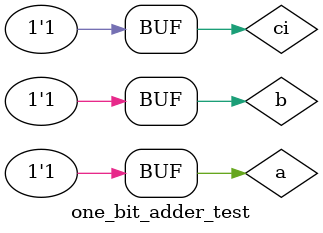
<source format=sv>
module one_bit_adder_test();
	reg a, b, ci;
	wire s, co;

	one_bit_adder add(
		.A(a),
		.B(b),
		.CI(ci),
		.S(s),
		.CO(co)
	);

	initial begin
		ci = 0;
		
		a = 0;
		b = 0;
		#10;
		assert(s == 0);
		assert(co == 0);

		a = 0;
		b = 1;
		#10;
		assert(s == 1);
		assert(co == 0);

		a = 1;
		b = 0;
		#10;
		assert(s == 1);
		assert(co == 0);

		a = 1;
		b = 1;
		#10;
		assert(s == 0);
		assert(co == 1);

		ci = 1;

		a = 0;
		b = 0;
		#10;
		assert(s == 1);
		assert(co == 0);

		a = 0;
		b = 1;
		#10;
		assert(s == 0);
		assert(co == 1);

		a = 1;
		b = 0;
		#10;
		assert(s == 0);
		assert(co == 1);

		a = 1;
		b = 1;
		#10;
		assert(s == 1);
		assert(co == 1);
	end
endmodule // one_bit_halfadder_test

</source>
